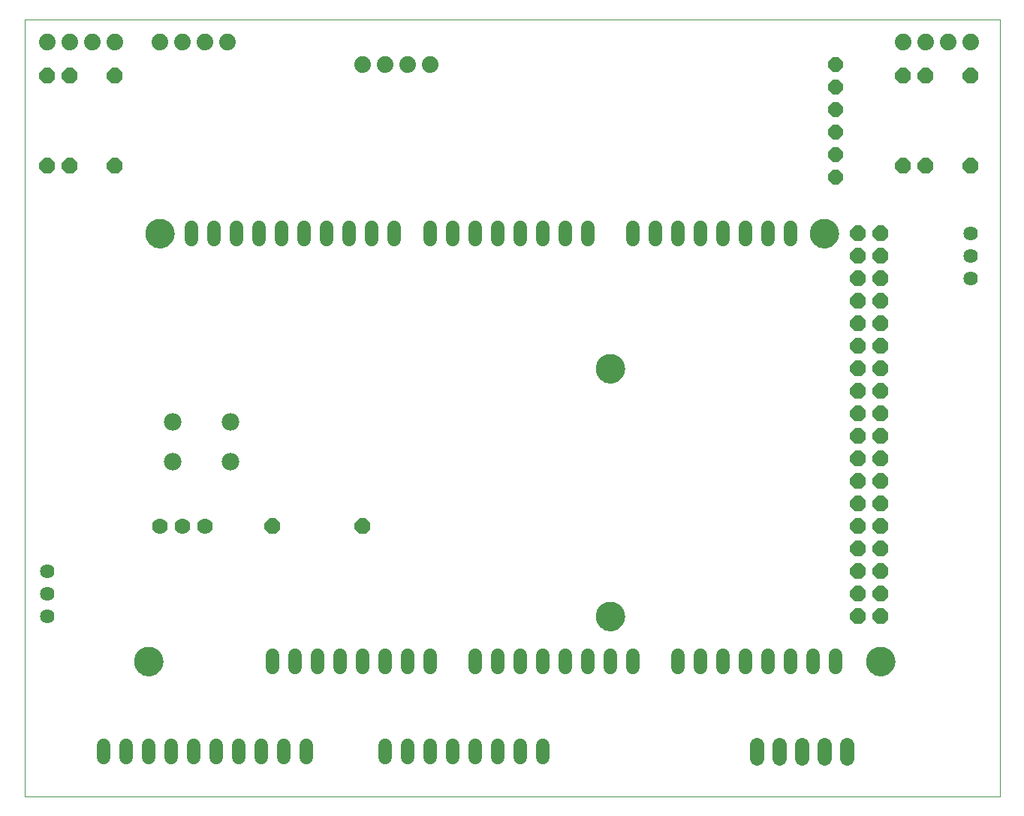
<source format=gbs>
G75*
%MOIN*%
%OFA0B0*%
%FSLAX24Y24*%
%IPPOS*%
%LPD*%
%AMOC8*
5,1,8,0,0,1.08239X$1,22.5*
%
%ADD10C,0.0000*%
%ADD11C,0.1300*%
%ADD12C,0.0010*%
%ADD13C,0.0600*%
%ADD14OC8,0.0700*%
%ADD15OC8,0.0640*%
%ADD16C,0.0740*%
%ADD17C,0.0640*%
%ADD18C,0.0700*%
%ADD19C,0.0634*%
%ADD20C,0.0780*%
D10*
X005030Y006160D02*
X005032Y006210D01*
X005038Y006260D01*
X005048Y006309D01*
X005062Y006357D01*
X005079Y006404D01*
X005100Y006449D01*
X005125Y006493D01*
X005153Y006534D01*
X005185Y006573D01*
X005219Y006610D01*
X005256Y006644D01*
X005296Y006674D01*
X005338Y006701D01*
X005382Y006725D01*
X005428Y006746D01*
X005475Y006762D01*
X005523Y006775D01*
X005573Y006784D01*
X005622Y006789D01*
X005673Y006790D01*
X005723Y006787D01*
X005772Y006780D01*
X005821Y006769D01*
X005869Y006754D01*
X005915Y006736D01*
X005960Y006714D01*
X006003Y006688D01*
X006044Y006659D01*
X006083Y006627D01*
X006119Y006592D01*
X006151Y006554D01*
X006181Y006514D01*
X006208Y006471D01*
X006231Y006427D01*
X006250Y006381D01*
X006266Y006333D01*
X006278Y006284D01*
X006286Y006235D01*
X006290Y006185D01*
X006290Y006135D01*
X006286Y006085D01*
X006278Y006036D01*
X006266Y005987D01*
X006250Y005939D01*
X006231Y005893D01*
X006208Y005849D01*
X006181Y005806D01*
X006151Y005766D01*
X006119Y005728D01*
X006083Y005693D01*
X006044Y005661D01*
X006003Y005632D01*
X005960Y005606D01*
X005915Y005584D01*
X005869Y005566D01*
X005821Y005551D01*
X005772Y005540D01*
X005723Y005533D01*
X005673Y005530D01*
X005622Y005531D01*
X005573Y005536D01*
X005523Y005545D01*
X005475Y005558D01*
X005428Y005574D01*
X005382Y005595D01*
X005338Y005619D01*
X005296Y005646D01*
X005256Y005676D01*
X005219Y005710D01*
X005185Y005747D01*
X005153Y005786D01*
X005125Y005827D01*
X005100Y005871D01*
X005079Y005916D01*
X005062Y005963D01*
X005048Y006011D01*
X005038Y006060D01*
X005032Y006110D01*
X005030Y006160D01*
X025530Y008160D02*
X025532Y008210D01*
X025538Y008260D01*
X025548Y008309D01*
X025562Y008357D01*
X025579Y008404D01*
X025600Y008449D01*
X025625Y008493D01*
X025653Y008534D01*
X025685Y008573D01*
X025719Y008610D01*
X025756Y008644D01*
X025796Y008674D01*
X025838Y008701D01*
X025882Y008725D01*
X025928Y008746D01*
X025975Y008762D01*
X026023Y008775D01*
X026073Y008784D01*
X026122Y008789D01*
X026173Y008790D01*
X026223Y008787D01*
X026272Y008780D01*
X026321Y008769D01*
X026369Y008754D01*
X026415Y008736D01*
X026460Y008714D01*
X026503Y008688D01*
X026544Y008659D01*
X026583Y008627D01*
X026619Y008592D01*
X026651Y008554D01*
X026681Y008514D01*
X026708Y008471D01*
X026731Y008427D01*
X026750Y008381D01*
X026766Y008333D01*
X026778Y008284D01*
X026786Y008235D01*
X026790Y008185D01*
X026790Y008135D01*
X026786Y008085D01*
X026778Y008036D01*
X026766Y007987D01*
X026750Y007939D01*
X026731Y007893D01*
X026708Y007849D01*
X026681Y007806D01*
X026651Y007766D01*
X026619Y007728D01*
X026583Y007693D01*
X026544Y007661D01*
X026503Y007632D01*
X026460Y007606D01*
X026415Y007584D01*
X026369Y007566D01*
X026321Y007551D01*
X026272Y007540D01*
X026223Y007533D01*
X026173Y007530D01*
X026122Y007531D01*
X026073Y007536D01*
X026023Y007545D01*
X025975Y007558D01*
X025928Y007574D01*
X025882Y007595D01*
X025838Y007619D01*
X025796Y007646D01*
X025756Y007676D01*
X025719Y007710D01*
X025685Y007747D01*
X025653Y007786D01*
X025625Y007827D01*
X025600Y007871D01*
X025579Y007916D01*
X025562Y007963D01*
X025548Y008011D01*
X025538Y008060D01*
X025532Y008110D01*
X025530Y008160D01*
X037530Y006160D02*
X037532Y006210D01*
X037538Y006260D01*
X037548Y006309D01*
X037562Y006357D01*
X037579Y006404D01*
X037600Y006449D01*
X037625Y006493D01*
X037653Y006534D01*
X037685Y006573D01*
X037719Y006610D01*
X037756Y006644D01*
X037796Y006674D01*
X037838Y006701D01*
X037882Y006725D01*
X037928Y006746D01*
X037975Y006762D01*
X038023Y006775D01*
X038073Y006784D01*
X038122Y006789D01*
X038173Y006790D01*
X038223Y006787D01*
X038272Y006780D01*
X038321Y006769D01*
X038369Y006754D01*
X038415Y006736D01*
X038460Y006714D01*
X038503Y006688D01*
X038544Y006659D01*
X038583Y006627D01*
X038619Y006592D01*
X038651Y006554D01*
X038681Y006514D01*
X038708Y006471D01*
X038731Y006427D01*
X038750Y006381D01*
X038766Y006333D01*
X038778Y006284D01*
X038786Y006235D01*
X038790Y006185D01*
X038790Y006135D01*
X038786Y006085D01*
X038778Y006036D01*
X038766Y005987D01*
X038750Y005939D01*
X038731Y005893D01*
X038708Y005849D01*
X038681Y005806D01*
X038651Y005766D01*
X038619Y005728D01*
X038583Y005693D01*
X038544Y005661D01*
X038503Y005632D01*
X038460Y005606D01*
X038415Y005584D01*
X038369Y005566D01*
X038321Y005551D01*
X038272Y005540D01*
X038223Y005533D01*
X038173Y005530D01*
X038122Y005531D01*
X038073Y005536D01*
X038023Y005545D01*
X037975Y005558D01*
X037928Y005574D01*
X037882Y005595D01*
X037838Y005619D01*
X037796Y005646D01*
X037756Y005676D01*
X037719Y005710D01*
X037685Y005747D01*
X037653Y005786D01*
X037625Y005827D01*
X037600Y005871D01*
X037579Y005916D01*
X037562Y005963D01*
X037548Y006011D01*
X037538Y006060D01*
X037532Y006110D01*
X037530Y006160D01*
X025530Y019160D02*
X025532Y019210D01*
X025538Y019260D01*
X025548Y019309D01*
X025562Y019357D01*
X025579Y019404D01*
X025600Y019449D01*
X025625Y019493D01*
X025653Y019534D01*
X025685Y019573D01*
X025719Y019610D01*
X025756Y019644D01*
X025796Y019674D01*
X025838Y019701D01*
X025882Y019725D01*
X025928Y019746D01*
X025975Y019762D01*
X026023Y019775D01*
X026073Y019784D01*
X026122Y019789D01*
X026173Y019790D01*
X026223Y019787D01*
X026272Y019780D01*
X026321Y019769D01*
X026369Y019754D01*
X026415Y019736D01*
X026460Y019714D01*
X026503Y019688D01*
X026544Y019659D01*
X026583Y019627D01*
X026619Y019592D01*
X026651Y019554D01*
X026681Y019514D01*
X026708Y019471D01*
X026731Y019427D01*
X026750Y019381D01*
X026766Y019333D01*
X026778Y019284D01*
X026786Y019235D01*
X026790Y019185D01*
X026790Y019135D01*
X026786Y019085D01*
X026778Y019036D01*
X026766Y018987D01*
X026750Y018939D01*
X026731Y018893D01*
X026708Y018849D01*
X026681Y018806D01*
X026651Y018766D01*
X026619Y018728D01*
X026583Y018693D01*
X026544Y018661D01*
X026503Y018632D01*
X026460Y018606D01*
X026415Y018584D01*
X026369Y018566D01*
X026321Y018551D01*
X026272Y018540D01*
X026223Y018533D01*
X026173Y018530D01*
X026122Y018531D01*
X026073Y018536D01*
X026023Y018545D01*
X025975Y018558D01*
X025928Y018574D01*
X025882Y018595D01*
X025838Y018619D01*
X025796Y018646D01*
X025756Y018676D01*
X025719Y018710D01*
X025685Y018747D01*
X025653Y018786D01*
X025625Y018827D01*
X025600Y018871D01*
X025579Y018916D01*
X025562Y018963D01*
X025548Y019011D01*
X025538Y019060D01*
X025532Y019110D01*
X025530Y019160D01*
X035030Y025160D02*
X035032Y025210D01*
X035038Y025260D01*
X035048Y025309D01*
X035062Y025357D01*
X035079Y025404D01*
X035100Y025449D01*
X035125Y025493D01*
X035153Y025534D01*
X035185Y025573D01*
X035219Y025610D01*
X035256Y025644D01*
X035296Y025674D01*
X035338Y025701D01*
X035382Y025725D01*
X035428Y025746D01*
X035475Y025762D01*
X035523Y025775D01*
X035573Y025784D01*
X035622Y025789D01*
X035673Y025790D01*
X035723Y025787D01*
X035772Y025780D01*
X035821Y025769D01*
X035869Y025754D01*
X035915Y025736D01*
X035960Y025714D01*
X036003Y025688D01*
X036044Y025659D01*
X036083Y025627D01*
X036119Y025592D01*
X036151Y025554D01*
X036181Y025514D01*
X036208Y025471D01*
X036231Y025427D01*
X036250Y025381D01*
X036266Y025333D01*
X036278Y025284D01*
X036286Y025235D01*
X036290Y025185D01*
X036290Y025135D01*
X036286Y025085D01*
X036278Y025036D01*
X036266Y024987D01*
X036250Y024939D01*
X036231Y024893D01*
X036208Y024849D01*
X036181Y024806D01*
X036151Y024766D01*
X036119Y024728D01*
X036083Y024693D01*
X036044Y024661D01*
X036003Y024632D01*
X035960Y024606D01*
X035915Y024584D01*
X035869Y024566D01*
X035821Y024551D01*
X035772Y024540D01*
X035723Y024533D01*
X035673Y024530D01*
X035622Y024531D01*
X035573Y024536D01*
X035523Y024545D01*
X035475Y024558D01*
X035428Y024574D01*
X035382Y024595D01*
X035338Y024619D01*
X035296Y024646D01*
X035256Y024676D01*
X035219Y024710D01*
X035185Y024747D01*
X035153Y024786D01*
X035125Y024827D01*
X035100Y024871D01*
X035079Y024916D01*
X035062Y024963D01*
X035048Y025011D01*
X035038Y025060D01*
X035032Y025110D01*
X035030Y025160D01*
X005530Y025160D02*
X005532Y025210D01*
X005538Y025260D01*
X005548Y025309D01*
X005562Y025357D01*
X005579Y025404D01*
X005600Y025449D01*
X005625Y025493D01*
X005653Y025534D01*
X005685Y025573D01*
X005719Y025610D01*
X005756Y025644D01*
X005796Y025674D01*
X005838Y025701D01*
X005882Y025725D01*
X005928Y025746D01*
X005975Y025762D01*
X006023Y025775D01*
X006073Y025784D01*
X006122Y025789D01*
X006173Y025790D01*
X006223Y025787D01*
X006272Y025780D01*
X006321Y025769D01*
X006369Y025754D01*
X006415Y025736D01*
X006460Y025714D01*
X006503Y025688D01*
X006544Y025659D01*
X006583Y025627D01*
X006619Y025592D01*
X006651Y025554D01*
X006681Y025514D01*
X006708Y025471D01*
X006731Y025427D01*
X006750Y025381D01*
X006766Y025333D01*
X006778Y025284D01*
X006786Y025235D01*
X006790Y025185D01*
X006790Y025135D01*
X006786Y025085D01*
X006778Y025036D01*
X006766Y024987D01*
X006750Y024939D01*
X006731Y024893D01*
X006708Y024849D01*
X006681Y024806D01*
X006651Y024766D01*
X006619Y024728D01*
X006583Y024693D01*
X006544Y024661D01*
X006503Y024632D01*
X006460Y024606D01*
X006415Y024584D01*
X006369Y024566D01*
X006321Y024551D01*
X006272Y024540D01*
X006223Y024533D01*
X006173Y024530D01*
X006122Y024531D01*
X006073Y024536D01*
X006023Y024545D01*
X005975Y024558D01*
X005928Y024574D01*
X005882Y024595D01*
X005838Y024619D01*
X005796Y024646D01*
X005756Y024676D01*
X005719Y024710D01*
X005685Y024747D01*
X005653Y024786D01*
X005625Y024827D01*
X005600Y024871D01*
X005579Y024916D01*
X005562Y024963D01*
X005548Y025011D01*
X005538Y025060D01*
X005532Y025110D01*
X005530Y025160D01*
D11*
X006160Y025160D03*
X026160Y019160D03*
X035660Y025160D03*
X026160Y008160D03*
X038160Y006160D03*
X005660Y006160D03*
D12*
X000160Y000160D02*
X043467Y000160D01*
X043467Y034656D01*
X000160Y034656D01*
X000160Y000160D01*
D13*
X003660Y001880D02*
X003660Y002440D01*
X004660Y002440D02*
X004660Y001880D01*
X005660Y001880D02*
X005660Y002440D01*
X006660Y002440D02*
X006660Y001880D01*
X007660Y001880D02*
X007660Y002440D01*
X008660Y002440D02*
X008660Y001880D01*
X009660Y001880D02*
X009660Y002440D01*
X010660Y002440D02*
X010660Y001880D01*
X011660Y001880D02*
X011660Y002440D01*
X012660Y002440D02*
X012660Y001880D01*
X016160Y001880D02*
X016160Y002440D01*
X017160Y002440D02*
X017160Y001880D01*
X018160Y001880D02*
X018160Y002440D01*
X019160Y002440D02*
X019160Y001880D01*
X020160Y001880D02*
X020160Y002440D01*
X021160Y002440D02*
X021160Y001880D01*
X022160Y001880D02*
X022160Y002440D01*
X023160Y002440D02*
X023160Y001880D01*
X023160Y005880D02*
X023160Y006440D01*
X022160Y006440D02*
X022160Y005880D01*
X021160Y005880D02*
X021160Y006440D01*
X020160Y006440D02*
X020160Y005880D01*
X018160Y005880D02*
X018160Y006440D01*
X017160Y006440D02*
X017160Y005880D01*
X016160Y005880D02*
X016160Y006440D01*
X015160Y006440D02*
X015160Y005880D01*
X014160Y005880D02*
X014160Y006440D01*
X013160Y006440D02*
X013160Y005880D01*
X012160Y005880D02*
X012160Y006440D01*
X011160Y006440D02*
X011160Y005880D01*
X024160Y005880D02*
X024160Y006440D01*
X025160Y006440D02*
X025160Y005880D01*
X026160Y005880D02*
X026160Y006440D01*
X027160Y006440D02*
X027160Y005880D01*
X029160Y005880D02*
X029160Y006440D01*
X030160Y006440D02*
X030160Y005880D01*
X031160Y005880D02*
X031160Y006440D01*
X032160Y006440D02*
X032160Y005880D01*
X033160Y005880D02*
X033160Y006440D01*
X034160Y006440D02*
X034160Y005880D01*
X035160Y005880D02*
X035160Y006440D01*
X036160Y006440D02*
X036160Y005880D01*
X034160Y024880D02*
X034160Y025440D01*
X033160Y025440D02*
X033160Y024880D01*
X032160Y024880D02*
X032160Y025440D01*
X031160Y025440D02*
X031160Y024880D01*
X030160Y024880D02*
X030160Y025440D01*
X029160Y025440D02*
X029160Y024880D01*
X028160Y024880D02*
X028160Y025440D01*
X027160Y025440D02*
X027160Y024880D01*
X025160Y024880D02*
X025160Y025440D01*
X024160Y025440D02*
X024160Y024880D01*
X023160Y024880D02*
X023160Y025440D01*
X022160Y025440D02*
X022160Y024880D01*
X021160Y024880D02*
X021160Y025440D01*
X020160Y025440D02*
X020160Y024880D01*
X019160Y024880D02*
X019160Y025440D01*
X018160Y025440D02*
X018160Y024880D01*
X016560Y024880D02*
X016560Y025440D01*
X015560Y025440D02*
X015560Y024880D01*
X014560Y024880D02*
X014560Y025440D01*
X013560Y025440D02*
X013560Y024880D01*
X012560Y024880D02*
X012560Y025440D01*
X011560Y025440D02*
X011560Y024880D01*
X010560Y024880D02*
X010560Y025440D01*
X009560Y025440D02*
X009560Y024880D01*
X008560Y024880D02*
X008560Y025440D01*
X007560Y025440D02*
X007560Y024880D01*
D14*
X004160Y028160D03*
X002160Y028160D03*
X001160Y028160D03*
X001160Y032160D03*
X002160Y032160D03*
X004160Y032160D03*
X011160Y012160D03*
X015160Y012160D03*
X037160Y012160D03*
X037160Y011160D03*
X037160Y010160D03*
X037160Y009160D03*
X037160Y008160D03*
X038160Y008160D03*
X038160Y009160D03*
X038160Y010160D03*
X038160Y011160D03*
X038160Y012160D03*
X038160Y013160D03*
X038160Y014160D03*
X038160Y015160D03*
X038160Y016160D03*
X038160Y017160D03*
X038160Y018160D03*
X038160Y019160D03*
X038160Y020160D03*
X038160Y021160D03*
X038160Y022160D03*
X038160Y023160D03*
X038160Y024160D03*
X038160Y025160D03*
X037160Y025160D03*
X037160Y024160D03*
X037160Y023160D03*
X037160Y022160D03*
X037160Y021160D03*
X037160Y020160D03*
X037160Y019160D03*
X037160Y018160D03*
X037160Y017160D03*
X037160Y016160D03*
X037160Y015160D03*
X037160Y014160D03*
X037160Y013160D03*
X039160Y028160D03*
X040160Y028160D03*
X042160Y028160D03*
X042160Y032160D03*
X040160Y032160D03*
X039160Y032160D03*
D15*
X036160Y031660D03*
X036160Y030660D03*
X036160Y029660D03*
X036160Y028660D03*
X036160Y027660D03*
X036160Y032660D03*
D16*
X039160Y033660D03*
X040160Y033660D03*
X041160Y033660D03*
X042160Y033660D03*
X018160Y032660D03*
X017160Y032660D03*
X016160Y032660D03*
X015160Y032660D03*
X009160Y033660D03*
X008160Y033660D03*
X007160Y033660D03*
X006160Y033660D03*
X004160Y033660D03*
X003160Y033660D03*
X002160Y033660D03*
X001160Y033660D03*
D17*
X001160Y010160D03*
X001160Y009160D03*
X001160Y008160D03*
X042160Y023160D03*
X042160Y024160D03*
X042160Y025160D03*
D18*
X008160Y012160D03*
X007160Y012160D03*
X006160Y012160D03*
D19*
X032660Y002457D02*
X032660Y001863D01*
X033660Y001863D02*
X033660Y002457D01*
X034660Y002457D02*
X034660Y001863D01*
X035660Y001863D02*
X035660Y002457D01*
X036660Y002457D02*
X036660Y001863D01*
D20*
X009314Y015018D03*
X009314Y016798D03*
X006754Y016798D03*
X006754Y015018D03*
M02*

</source>
